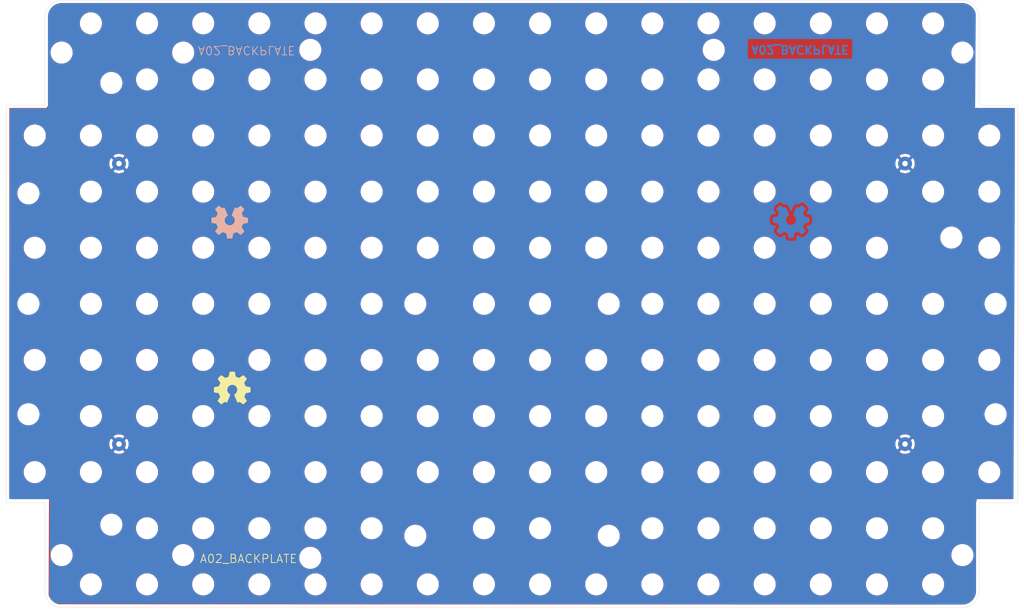
<source format=kicad_pcb>
(kicad_pcb (version 20171130) (host pcbnew 5.1.5-52549c5~86~ubuntu18.04.1)
  (title_block (title "TUSISTEMITA TEMPLATE") (company Galopago))
  (layers (0 F.Cu signal) (31 B.Cu signal) (34 B.Paste user) (35 F.Paste user) (36 B.SilkS user) (37 F.SilkS user) (38 B.Mask user) (39 F.Mask user) (44 Edge.Cuts user))
  (net 0 "")
  (net 1 "Net-(J0-Pad1)")
  (module Symbol:OSHW-Symbol_6.7x6mm_Copper (layer B.Cu) (at 160.655 59.7154)
    (fp_text reference REF** hide)
    (fp_text value OSHW-Symbol_6.7x6mm_Copper hide)
    (fp_poly (pts (xy 0.555814 2.531069) (xy 0.639635 2.086445) (xy 0.94892 1.958947) (xy 1.258206 1.831449) (xy 1.629246 2.083754) (xy 1.733157 2.154004) (xy 1.827087 2.216728) (xy 1.906652 2.269062) (xy 1.96747 2.308143) (xy 2.005157 2.331107) (xy 2.015421 2.336058) (xy 2.03391 2.323324) (xy 2.07342 2.288118) (xy 2.129522 2.234938) (xy 2.197787 2.168282) (xy 2.273786 2.092646) (xy 2.353092 2.012528) (xy 2.431275 1.932426) (xy 2.503907 1.856836) (xy 2.566559 1.790255) (xy 2.614803 1.737182) (xy 2.64421 1.702113) (xy 2.651241 1.690377) (xy 2.641123 1.66874) (xy 2.612759 1.621338) (xy 2.569129 1.552807) (xy 2.513218 1.467785) (xy 2.448006 1.370907) (xy 2.410219 1.31565) (xy 2.341343 1.214752) (xy 2.28014 1.123701) (xy 2.229578 1.04703) (xy 2.192628 0.989272) (xy 2.172258 0.954957) (xy 2.169197 0.947746) (xy 2.176136 0.927252) (xy 2.195051 0.879487) (xy 2.223087 0.811168) (xy 2.257391 0.729011) (xy 2.295109 0.63973) (xy 2.333387 0.550042) (xy 2.36937 0.466662) (xy 2.400206 0.396306) (xy 2.423039 0.34569) (xy 2.435017 0.321529) (xy 2.435724 0.320578) (xy 2.454531 0.315964) (xy 2.504618 0.305672) (xy 2.580793 0.290713) (xy 2.677865 0.272099) (xy 2.790643 0.250841) (xy 2.856442 0.238582) (xy 2.97695 0.215638) (xy 3.085797 0.193805) (xy 3.177476 0.174278) (xy 3.246481 0.158252) (xy 3.287304 0.146921) (xy 3.295511 0.143326) (xy 3.303548 0.118994) (xy 3.310033 0.064041) (xy 3.31497 -0.015108) (xy 3.318364 -0.112026) (xy 3.320218 -0.220287) (xy 3.320538 -0.333465) (xy 3.319327 -0.445135) (xy 3.31659 -0.548868) (xy 3.312331 -0.638241) (xy 3.306555 -0.706826) (xy 3.299267 -0.748197) (xy 3.294895 -0.75681) (xy 3.268764 -0.767133) (xy 3.213393 -0.781892) (xy 3.136107 -0.799352) (xy 3.04423 -0.81778) (xy 3.012158 -0.823741) (xy 2.857524 -0.852066) (xy 2.735375 -0.874876) (xy 2.641673 -0.89308) (xy 2.572384 -0.907583) (xy 2.523471 -0.919292) (xy 2.490897 -0.929115) (xy 2.470628 -0.937956) (xy 2.458626 -0.946724) (xy 2.456947 -0.948457) (xy 2.440184 -0.976371) (xy 2.414614 -1.030695) (xy 2.382788 -1.104777) (xy 2.34726 -1.191965) (xy 2.310583 -1.285608) (xy 2.275311 -1.379052) (xy 2.243996 -1.465647) (xy 2.219193 -1.53874) (xy 2.203454 -1.591678) (xy 2.199332 -1.617811) (xy 2.199676 -1.618726) (xy 2.213641 -1.640086) (xy 2.245322 -1.687084) (xy 2.291391 -1.754827) (xy 2.348518 -1.838423) (xy 2.413373 -1.932982) (xy 2.431843 -1.959854) (xy 2.497699 -2.057275) (xy 2.55565 -2.146163) (xy 2.602538 -2.221412) (xy 2.635207 -2.27792) (xy 2.6505 -2.310581) (xy 2.651241 -2.314593) (xy 2.638392 -2.335684) (xy 2.602888 -2.377464) (xy 2.549293 -2.435445) (xy 2.482171 -2.505135) (xy 2.406087 -2.582045) (xy 2.325604 -2.661683) (xy 2.245287 -2.739561) (xy 2.169699 -2.811186) (xy 2.103405 -2.87207) (xy 2.050969 -2.917721) (xy 2.016955 -2.94365) (xy 2.007545 -2.947883) (xy 1.985643 -2.937912) (xy 1.9408 -2.91102) (xy 1.880321 -2.871736) (xy 1.833789 -2.840117) (xy 1.749475 -2.782098) (xy 1.649626 -2.713784) (xy 1.549473 -2.645579) (xy 1.495627 -2.609075) (xy 1.313371 -2.4858) (xy 1.160381 -2.56852) (xy 1.090682 -2.604759) (xy 1.031414 -2.632926) (xy 0.991311 -2.648991) (xy 0.981103 -2.651226) (xy 0.968829 -2.634722) (xy 0.944613 -2.588082) (xy 0.910263 -2.515609) (xy 0.867588 -2.421606) (xy 0.818394 -2.310374) (xy 0.76449 -2.186215) (xy 0.707684 -2.053432) (xy 0.649782 -1.916327) (xy 0.592593 -1.779202) (xy 0.537924 -1.646358) (xy 0.487584 -1.522098) (xy 0.44338 -1.410725) (xy 0.407119 -1.316539) (xy 0.380609 -1.243844) (xy 0.365658 -1.196941) (xy 0.363254 -1.180833) (xy 0.382311 -1.160286) (xy 0.424036 -1.126933) (xy 0.479706 -1.087702) (xy 0.484378 -1.084599) (xy 0.628264 -0.969423) (xy 0.744283 -0.835053) (xy 0.83143 -0.685784) (xy 0.888699 -0.525913) (xy 0.915086 -0.359737) (xy 0.909585 -0.191552) (xy 0.87119 -0.025655) (xy 0.798895 0.133658) (xy 0.777626 0.168513) (xy 0.666996 0.309263) (xy 0.536302 0.422286) (xy 0.390064 0.506997) (xy 0.232808 0.562806) (xy 0.069057 0.589126) (xy -0.096667 0.58537) (xy -0.259838 0.55095) (xy -0.415935 0.485277) (xy -0.560433 0.387765) (xy -0.605131 0.348187) (xy -0.718888 0.224297) (xy -0.801782 0.093876) (xy -0.858644 -0.052315) (xy -0.890313 -0.197088) (xy -0.898131 -0.35986) (xy -0.872062 -0.52344) (xy -0.814755 -0.682298) (xy -0.728856 -0.830906) (xy -0.617014 -0.963735) (xy -0.481877 -1.075256) (xy -0.464117 -1.087011) (xy -0.40785 -1.125508) (xy -0.365077 -1.158863) (xy -0.344628 -1.18016) (xy -0.344331 -1.180833) (xy -0.348721 -1.203871) (xy -0.366124 -1.256157) (xy -0.394732 -1.33339) (xy -0.432735 -1.431268) (xy -0.478326 -1.545491) (xy -0.529697 -1.671758) (xy -0.585038 -1.805767) (xy -0.642542 -1.943218) (xy -0.700399 -2.079808) (xy -0.756802 -2.211237) (xy -0.809942 -2.333205) (xy -0.85801 -2.441409) (xy -0.899199 -2.531549) (xy -0.931699 -2.599323) (xy -0.953703 -2.64043) (xy -0.962564 -2.651226) (xy -0.98964 -2.642819) (xy -1.040303 -2.620272) (xy -1.105817 -2.587613) (xy -1.141841 -2.56852) (xy -1.294832 -2.4858) (xy -1.477088 -2.609075) (xy -1.570125 -2.672228) (xy -1.671985 -2.741727) (xy -1.767438 -2.807165) (xy -1.81525 -2.840117) (xy -1.882495 -2.885273) (xy -1.939436 -2.921057) (xy -1.978646 -2.942938) (xy -1.991381 -2.947563) (xy -2.009917 -2.935085) (xy -2.050941 -2.900252) (xy -2.110475 -2.846678) (xy -2.184542 -2.777983) (xy -2.269165 -2.697781) (xy -2.322685 -2.646286) (xy -2.416319 -2.554286) (xy -2.497241 -2.471999) (xy -2.562177 -2.402945) (xy -2.607858 -2.350644) (xy -2.631011 -2.318616) (xy -2.633232 -2.312116) (xy -2.622924 -2.287394) (xy -2.594439 -2.237405) (xy -2.550937 -2.167212) (xy -2.495577 -2.081875) (xy -2.43152 -1.986456) (xy -2.413303 -1.959854) (xy -2.346927 -1.863167) (xy -2.287378 -1.776117) (xy -2.237984 -1.703595) (xy -2.202075 -1.650493) (xy -2.182981 -1.621703) (xy -2.181136 -1.618726) (xy -2.183895 -1.595782) (xy -2.198538 -1.545336) (xy -2.222513 -1.474041) (xy -2.253266 -1.388547) (xy -2.288244 -1.295507) (xy -2.324893 -1.201574) (xy -2.360661 -1.113399) (xy -2.392994 -1.037634) (xy -2.419338 -0.980931) (xy -2.437142 -0.949943) (xy -2.438407 -0.948457) (xy -2.449294 -0.939601) (xy -2.467682 -0.930843) (xy -2.497606 -0.921277) (xy -2.543103 -0.909996) (xy -2.608209 -0.896093) (xy -2.696961 -0.878663) (xy -2.813393 -0.856798) (xy -2.961542 -0.829591) (xy -2.993618 -0.823741) (xy -3.088686 -0.805374) (xy -3.171565 -0.787405) (xy -3.23493 -0.771569) (xy -3.271458 -0.7596) (xy -3.276356 -0.75681) (xy -3.284427 -0.732072) (xy -3.290987 -0.67679) (xy -3.296033 -0.597389) (xy -3.299559 -0.500296) (xy -3.301561 -0.391938) (xy -3.302036 -0.27874) (xy -3.300977 -0.167128) (xy -3.298382 -0.063529) (xy -3.294246 0.025632) (xy -3.288563 0.093928) (xy -3.281331 0.134934) (xy -3.276971 0.143326) (xy -3.252698 0.151792) (xy -3.197426 0.165565) (xy -3.116662 0.18345) (xy -3.015912 0.204252) (xy -2.900683 0.226777) (xy -2.837902 0.238582) (xy -2.718787 0.260849) (xy -2.612565 0.281021) (xy -2.524427 0.298085) (xy -2.459566 0.311031) (xy -2.423174 0.318845) (xy -2.417184 0.320578) (xy -2.407061 0.34011) (xy -2.385662 0.387157) (xy -2.355839 0.454997) (xy -2.320445 0.536909) (xy -2.282332 0.626172) (xy -2.244353 0.716065) (xy -2.20936 0.799865) (xy -2.180206 0.870853) (xy -2.159743 0.922306) (xy -2.150823 0.947503) (xy -2.150657 0.948604) (xy -2.160769 0.968481) (xy -2.189117 1.014223) (xy -2.232723 1.081283) (xy -2.288606 1.165116) (xy -2.353787 1.261174) (xy -2.391679 1.31635) (xy -2.460725 1.417519) (xy -2.52205 1.50937) (xy -2.572663 1.587256) (xy -2.609571 1.646531) (xy -2.629782 1.682549) (xy -2.632701 1.690623) (xy -2.620153 1.709416) (xy -2.585463 1.749543) (xy -2.533063 1.806507) (xy -2.467384 1.875815) (xy -2.392856 1.952969) (xy -2.313913 2.033475) (xy -2.234983 2.112837) (xy -2.1605 2.18656) (xy -2.094894 2.250148) (xy -2.042596 2.299106) (xy -2.008039 2.328939) (xy -1.996478 2.336058) (xy -1.977654 2.326047) (xy -1.932631 2.297922) (xy -1.865787 2.254546) (xy -1.781499 2.198782) (xy -1.684144 2.133494) (xy -1.610707 2.083754) (xy -1.239667 1.831449) (xy -0.621095 2.086445) (xy -0.537275 2.531069) (xy -0.453454 2.975693) (xy 0.471994 2.975693) (xy 0.555814 2.531069)) (layer B.Cu) (width 0.01))
  )
  (module Symbol:OSHW-Symbol_6.7x6mm_SilkScreen (layer B.Cu) (at 59.0804 59.7916)
    (fp_text reference REF** hide)
    (fp_text value OSHW-Symbol_6.7x6mm_SilkScreen hide)
  )
  (module Symbol:OSHW-Symbol_6.7x6mm_Copper (layer F.Cu) (at 161.036 89.6874)
    (fp_text reference REF** hide)
    (fp_text value OSHW-Symbol_6.7x6mm_Copper hide)
    (fp_poly (pts (xy 0.555814 -2.531069) (xy 0.639635 -2.086445) (xy 0.94892 -1.958947) (xy 1.258206 -1.831449) (xy 1.629246 -2.083754) (xy 1.733157 -2.154004) (xy 1.827087 -2.216728) (xy 1.906652 -2.269062) (xy 1.96747 -2.308143) (xy 2.005157 -2.331107) (xy 2.015421 -2.336058) (xy 2.03391 -2.323324) (xy 2.07342 -2.288118) (xy 2.129522 -2.234938) (xy 2.197787 -2.168282) (xy 2.273786 -2.092646) (xy 2.353092 -2.012528) (xy 2.431275 -1.932426) (xy 2.503907 -1.856836) (xy 2.566559 -1.790255) (xy 2.614803 -1.737182) (xy 2.64421 -1.702113) (xy 2.651241 -1.690377) (xy 2.641123 -1.66874) (xy 2.612759 -1.621338) (xy 2.569129 -1.552807) (xy 2.513218 -1.467785) (xy 2.448006 -1.370907) (xy 2.410219 -1.31565) (xy 2.341343 -1.214752) (xy 2.28014 -1.123701) (xy 2.229578 -1.04703) (xy 2.192628 -0.989272) (xy 2.172258 -0.954957) (xy 2.169197 -0.947746) (xy 2.176136 -0.927252) (xy 2.195051 -0.879487) (xy 2.223087 -0.811168) (xy 2.257391 -0.729011) (xy 2.295109 -0.63973) (xy 2.333387 -0.550042) (xy 2.36937 -0.466662) (xy 2.400206 -0.396306) (xy 2.423039 -0.34569) (xy 2.435017 -0.321529) (xy 2.435724 -0.320578) (xy 2.454531 -0.315964) (xy 2.504618 -0.305672) (xy 2.580793 -0.290713) (xy 2.677865 -0.272099) (xy 2.790643 -0.250841) (xy 2.856442 -0.238582) (xy 2.97695 -0.215638) (xy 3.085797 -0.193805) (xy 3.177476 -0.174278) (xy 3.246481 -0.158252) (xy 3.287304 -0.146921) (xy 3.295511 -0.143326) (xy 3.303548 -0.118994) (xy 3.310033 -0.064041) (xy 3.31497 0.015108) (xy 3.318364 0.112026) (xy 3.320218 0.220287) (xy 3.320538 0.333465) (xy 3.319327 0.445135) (xy 3.31659 0.548868) (xy 3.312331 0.638241) (xy 3.306555 0.706826) (xy 3.299267 0.748197) (xy 3.294895 0.75681) (xy 3.268764 0.767133) (xy 3.213393 0.781892) (xy 3.136107 0.799352) (xy 3.04423 0.81778) (xy 3.012158 0.823741) (xy 2.857524 0.852066) (xy 2.735375 0.874876) (xy 2.641673 0.89308) (xy 2.572384 0.907583) (xy 2.523471 0.919292) (xy 2.490897 0.929115) (xy 2.470628 0.937956) (xy 2.458626 0.946724) (xy 2.456947 0.948457) (xy 2.440184 0.976371) (xy 2.414614 1.030695) (xy 2.382788 1.104777) (xy 2.34726 1.191965) (xy 2.310583 1.285608) (xy 2.275311 1.379052) (xy 2.243996 1.465647) (xy 2.219193 1.53874) (xy 2.203454 1.591678) (xy 2.199332 1.617811) (xy 2.199676 1.618726) (xy 2.213641 1.640086) (xy 2.245322 1.687084) (xy 2.291391 1.754827) (xy 2.348518 1.838423) (xy 2.413373 1.932982) (xy 2.431843 1.959854) (xy 2.497699 2.057275) (xy 2.55565 2.146163) (xy 2.602538 2.221412) (xy 2.635207 2.27792) (xy 2.6505 2.310581) (xy 2.651241 2.314593) (xy 2.638392 2.335684) (xy 2.602888 2.377464) (xy 2.549293 2.435445) (xy 2.482171 2.505135) (xy 2.406087 2.582045) (xy 2.325604 2.661683) (xy 2.245287 2.739561) (xy 2.169699 2.811186) (xy 2.103405 2.87207) (xy 2.050969 2.917721) (xy 2.016955 2.94365) (xy 2.007545 2.947883) (xy 1.985643 2.937912) (xy 1.9408 2.91102) (xy 1.880321 2.871736) (xy 1.833789 2.840117) (xy 1.749475 2.782098) (xy 1.649626 2.713784) (xy 1.549473 2.645579) (xy 1.495627 2.609075) (xy 1.313371 2.4858) (xy 1.160381 2.56852) (xy 1.090682 2.604759) (xy 1.031414 2.632926) (xy 0.991311 2.648991) (xy 0.981103 2.651226) (xy 0.968829 2.634722) (xy 0.944613 2.588082) (xy 0.910263 2.515609) (xy 0.867588 2.421606) (xy 0.818394 2.310374) (xy 0.76449 2.186215) (xy 0.707684 2.053432) (xy 0.649782 1.916327) (xy 0.592593 1.779202) (xy 0.537924 1.646358) (xy 0.487584 1.522098) (xy 0.44338 1.410725) (xy 0.407119 1.316539) (xy 0.380609 1.243844) (xy 0.365658 1.196941) (xy 0.363254 1.180833) (xy 0.382311 1.160286) (xy 0.424036 1.126933) (xy 0.479706 1.087702) (xy 0.484378 1.084599) (xy 0.628264 0.969423) (xy 0.744283 0.835053) (xy 0.83143 0.685784) (xy 0.888699 0.525913) (xy 0.915086 0.359737) (xy 0.909585 0.191552) (xy 0.87119 0.025655) (xy 0.798895 -0.133658) (xy 0.777626 -0.168513) (xy 0.666996 -0.309263) (xy 0.536302 -0.422286) (xy 0.390064 -0.506997) (xy 0.232808 -0.562806) (xy 0.069057 -0.589126) (xy -0.096667 -0.58537) (xy -0.259838 -0.55095) (xy -0.415935 -0.485277) (xy -0.560433 -0.387765) (xy -0.605131 -0.348187) (xy -0.718888 -0.224297) (xy -0.801782 -0.093876) (xy -0.858644 0.052315) (xy -0.890313 0.197088) (xy -0.898131 0.35986) (xy -0.872062 0.52344) (xy -0.814755 0.682298) (xy -0.728856 0.830906) (xy -0.617014 0.963735) (xy -0.481877 1.075256) (xy -0.464117 1.087011) (xy -0.40785 1.125508) (xy -0.365077 1.158863) (xy -0.344628 1.18016) (xy -0.344331 1.180833) (xy -0.348721 1.203871) (xy -0.366124 1.256157) (xy -0.394732 1.33339) (xy -0.432735 1.431268) (xy -0.478326 1.545491) (xy -0.529697 1.671758) (xy -0.585038 1.805767) (xy -0.642542 1.943218) (xy -0.700399 2.079808) (xy -0.756802 2.211237) (xy -0.809942 2.333205) (xy -0.85801 2.441409) (xy -0.899199 2.531549) (xy -0.931699 2.599323) (xy -0.953703 2.64043) (xy -0.962564 2.651226) (xy -0.98964 2.642819) (xy -1.040303 2.620272) (xy -1.105817 2.587613) (xy -1.141841 2.56852) (xy -1.294832 2.4858) (xy -1.477088 2.609075) (xy -1.570125 2.672228) (xy -1.671985 2.741727) (xy -1.767438 2.807165) (xy -1.81525 2.840117) (xy -1.882495 2.885273) (xy -1.939436 2.921057) (xy -1.978646 2.942938) (xy -1.991381 2.947563) (xy -2.009917 2.935085) (xy -2.050941 2.900252) (xy -2.110475 2.846678) (xy -2.184542 2.777983) (xy -2.269165 2.697781) (xy -2.322685 2.646286) (xy -2.416319 2.554286) (xy -2.497241 2.471999) (xy -2.562177 2.402945) (xy -2.607858 2.350644) (xy -2.631011 2.318616) (xy -2.633232 2.312116) (xy -2.622924 2.287394) (xy -2.594439 2.237405) (xy -2.550937 2.167212) (xy -2.495577 2.081875) (xy -2.43152 1.986456) (xy -2.413303 1.959854) (xy -2.346927 1.863167) (xy -2.287378 1.776117) (xy -2.237984 1.703595) (xy -2.202075 1.650493) (xy -2.182981 1.621703) (xy -2.181136 1.618726) (xy -2.183895 1.595782) (xy -2.198538 1.545336) (xy -2.222513 1.474041) (xy -2.253266 1.388547) (xy -2.288244 1.295507) (xy -2.324893 1.201574) (xy -2.360661 1.113399) (xy -2.392994 1.037634) (xy -2.419338 0.980931) (xy -2.437142 0.949943) (xy -2.438407 0.948457) (xy -2.449294 0.939601) (xy -2.467682 0.930843) (xy -2.497606 0.921277) (xy -2.543103 0.909996) (xy -2.608209 0.896093) (xy -2.696961 0.878663) (xy -2.813393 0.856798) (xy -2.961542 0.829591) (xy -2.993618 0.823741) (xy -3.088686 0.805374) (xy -3.171565 0.787405) (xy -3.23493 0.771569) (xy -3.271458 0.7596) (xy -3.276356 0.75681) (xy -3.284427 0.732072) (xy -3.290987 0.67679) (xy -3.296033 0.597389) (xy -3.299559 0.500296) (xy -3.301561 0.391938) (xy -3.302036 0.27874) (xy -3.300977 0.167128) (xy -3.298382 0.063529) (xy -3.294246 -0.025632) (xy -3.288563 -0.093928) (xy -3.281331 -0.134934) (xy -3.276971 -0.143326) (xy -3.252698 -0.151792) (xy -3.197426 -0.165565) (xy -3.116662 -0.18345) (xy -3.015912 -0.204252) (xy -2.900683 -0.226777) (xy -2.837902 -0.238582) (xy -2.718787 -0.260849) (xy -2.612565 -0.281021) (xy -2.524427 -0.298085) (xy -2.459566 -0.311031) (xy -2.423174 -0.318845) (xy -2.417184 -0.320578) (xy -2.407061 -0.34011) (xy -2.385662 -0.387157) (xy -2.355839 -0.454997) (xy -2.320445 -0.536909) (xy -2.282332 -0.626172) (xy -2.244353 -0.716065) (xy -2.20936 -0.799865) (xy -2.180206 -0.870853) (xy -2.159743 -0.922306) (xy -2.150823 -0.947503) (xy -2.150657 -0.948604) (xy -2.160769 -0.968481) (xy -2.189117 -1.014223) (xy -2.232723 -1.081283) (xy -2.288606 -1.165116) (xy -2.353787 -1.261174) (xy -2.391679 -1.31635) (xy -2.460725 -1.417519) (xy -2.52205 -1.50937) (xy -2.572663 -1.587256) (xy -2.609571 -1.646531) (xy -2.629782 -1.682549) (xy -2.632701 -1.690623) (xy -2.620153 -1.709416) (xy -2.585463 -1.749543) (xy -2.533063 -1.806507) (xy -2.467384 -1.875815) (xy -2.392856 -1.952969) (xy -2.313913 -2.033475) (xy -2.234983 -2.112837) (xy -2.1605 -2.18656) (xy -2.094894 -2.250148) (xy -2.042596 -2.299106) (xy -2.008039 -2.328939) (xy -1.996478 -2.336058) (xy -1.977654 -2.326047) (xy -1.932631 -2.297922) (xy -1.865787 -2.254546) (xy -1.781499 -2.198782) (xy -1.684144 -2.133494) (xy -1.610707 -2.083754) (xy -1.239667 -1.831449) (xy -0.621095 -2.086445) (xy -0.537275 -2.531069) (xy -0.453454 -2.975693) (xy 0.471994 -2.975693) (xy 0.555814 -2.531069)) (layer F.Cu) (width 0.01))
  )
  (module Symbol:OSHW-Symbol_6.7x6mm_SilkScreen (layer F.Cu) (at 59.5376 89.8652)
    (fp_text reference REF** hide)
    (fp_text value OSHW-Symbol_6.7x6mm_SilkScreen hide)
  )
  (module MountingHole:MountingHole_3mm (layer F.Cu) (at 191.67 120.11)
    (fp_text reference HZ20 hide)
    (fp_text value MountingHole)
    (pad 1 np_thru_hole circle (at 0 0) (size 3 3) (drill 3) (layers *.Cu *.Mask))
  )
  (module MountingHole:MountingHole_3mm (layer F.Cu) (at 197.67 94.61)
    (fp_text reference HZ19 hide)
    (fp_text value MountingHole)
    (pad 1 np_thru_hole circle (at 0 0) (size 3 3) (drill 3) (layers *.Cu *.Mask))
  )
  (module MountingHole:MountingHole_3mm (layer F.Cu) (at 197.67 74.61)
    (fp_text reference HZ18 hide)
    (fp_text value MountingHole)
    (pad 1 np_thru_hole circle (at 0 0) (size 3 3) (drill 3) (layers *.Cu *.Mask))
  )
  (module MountingHole:MountingHole_3mm (layer F.Cu) (at 189.67 62.61)
    (fp_text reference HZ17 hide)
    (fp_text value MountingHole)
    (pad 1 np_thru_hole circle (at 0 0) (size 3 3) (drill 3) (layers *.Cu *.Mask))
  )
  (module MountingHole:MountingHole_3mm (layer F.Cu) (at 191.67 29.11)
    (fp_text reference HZ16 hide)
    (fp_text value MountingHole)
    (pad 1 np_thru_hole circle (at 0 0) (size 3 3) (drill 3) (layers *.Cu *.Mask))
  )
  (module MountingHole:MountingHole_3mm (layer F.Cu) (at 155.89 44.13)
    (fp_text reference HC13 hide)
    (fp_text value MountingHole)
    (pad 1 np_thru_hole circle (at 0 0) (size 3 3) (drill 3) (layers *.Cu *.Mask))
  )
  (module Connector_Wire:SolderWirePad_1x01_Drill1mm (layer F.Cu) (at 181.29 100.01)
    (fp_text reference J3 hide)
    (fp_text value Conn_01x01_Male)
    (pad 1 thru_hole circle (at 0 0) (size 2.49936 2.49936) (drill 1.00076) (layers *.Cu *.Mask) (net 1 "Net-(J0-Pad1)"))
  )
  (module Connector_Wire:SolderWirePad_1x01_Drill1mm (layer F.Cu) (at 181.29 49.21)
    (fp_text reference J2 hide)
    (fp_text value Conn_01x01_Male)
    (pad 1 thru_hole circle (at 0 0) (size 2.49936 2.49936) (drill 1.00076) (layers *.Cu *.Mask) (net 1 "Net-(J0-Pad1)"))
  )
  (module Connector_Wire:SolderWirePad_1x01_Drill1mm (layer F.Cu) (at 39.05 100.01)
    (fp_text reference J1 hide)
    (fp_text value Conn_01x01_Male)
    (pad 1 thru_hole circle (at 0 0) (size 2.49936 2.49936) (drill 1.00076) (layers *.Cu *.Mask) (net 1 "Net-(J0-Pad1)"))
  )
  (module Connector_Wire:SolderWirePad_1x01_Drill1mm (layer F.Cu) (at 39.05 49.21)
    (fp_text reference J0 hide)
    (fp_text value Conn_01x01_Male)
    (pad 1 thru_hole circle (at 0 0) (size 2.49936 2.49936) (drill 1.00076) (layers *.Cu *.Mask) (net 1 "Net-(J0-Pad1)"))
  )
  (module MountingHole:MountingHole_3mm (layer F.Cu) (at 146.67 28.61)
    (fp_text reference HZ15 hide)
    (fp_text value MountingHole)
    (pad 1 np_thru_hole circle (at 0 0) (size 3 3) (drill 3) (layers *.Cu *.Mask))
  )
  (module MountingHole:MountingHole_3mm (layer F.Cu) (at 127.67 116.61)
    (fp_text reference HZ14 hide)
    (fp_text value MountingHole)
    (pad 1 np_thru_hole circle (at 0 0) (size 3 3) (drill 3) (layers *.Cu *.Mask))
  )
  (module MountingHole:MountingHole_3mm (layer F.Cu) (at 92.67 116.61)
    (fp_text reference HZ13 hide)
    (fp_text value MountingHole)
    (pad 1 np_thru_hole circle (at 0 0) (size 3 3) (drill 3) (layers *.Cu *.Mask))
  )
  (module MountingHole:MountingHole_3mm (layer F.Cu) (at 92.67 74.61)
    (fp_text reference HZ12 hide)
    (fp_text value MountingHole)
    (pad 1 np_thru_hole circle (at 0 0) (size 3 3) (drill 3) (layers *.Cu *.Mask))
  )
  (module MountingHole:MountingHole_3mm (layer F.Cu) (at 127.67 74.61)
    (fp_text reference HZ11 hide)
    (fp_text value MountingHole)
    (pad 1 np_thru_hole circle (at 0 0) (size 3 3) (drill 3) (layers *.Cu *.Mask))
  )
  (module MountingHole:MountingHole_3mm (layer F.Cu) (at 73.67 120.61)
    (fp_text reference HZ10 hide)
    (fp_text value MountingHole)
    (pad 1 np_thru_hole circle (at 0 0) (size 3 3) (drill 3) (layers *.Cu *.Mask))
  )
  (module MountingHole:MountingHole_3mm (layer F.Cu) (at 73.67 28.61)
    (fp_text reference HZ9 hide)
    (fp_text value MountingHole)
    (pad 1 np_thru_hole circle (at 0 0) (size 3 3) (drill 3) (layers *.Cu *.Mask))
  )
  (module MountingHole:MountingHole_3mm (layer F.Cu) (at 50.67 120.11)
    (fp_text reference HZ8 hide)
    (fp_text value MountingHole)
    (pad 1 np_thru_hole circle (at 0 0) (size 3 3) (drill 3) (layers *.Cu *.Mask))
  )
  (module MountingHole:MountingHole_3mm (layer F.Cu) (at 50.67 29.11)
    (fp_text reference HZ7 hide)
    (fp_text value MountingHole)
    (pad 1 np_thru_hole circle (at 0 0) (size 3 3) (drill 3) (layers *.Cu *.Mask))
  )
  (module MountingHole:MountingHole_3mm (layer F.Cu) (at 37.67 114.61)
    (fp_text reference HZ6 hide)
    (fp_text value MountingHole)
    (pad 1 np_thru_hole circle (at 0 0) (size 3 3) (drill 3) (layers *.Cu *.Mask))
  )
  (module MountingHole:MountingHole_3mm (layer F.Cu) (at 37.67 34.61)
    (fp_text reference HZ5 hide)
    (fp_text value MountingHole)
    (pad 1 np_thru_hole circle (at 0 0) (size 3 3) (drill 3) (layers *.Cu *.Mask))
  )
  (module MountingHole:MountingHole_3mm (layer F.Cu) (at 28.67 120.11)
    (fp_text reference HZ4 hide)
    (fp_text value MountingHole)
    (pad 1 np_thru_hole circle (at 0 0) (size 3 3) (drill 3) (layers *.Cu *.Mask))
  )
  (module MountingHole:MountingHole_3mm (layer F.Cu) (at 22.67 94.61)
    (fp_text reference HZ3 hide)
    (fp_text value MountingHole)
    (pad 1 np_thru_hole circle (at 0 0) (size 3 3) (drill 3) (layers *.Cu *.Mask))
  )
  (module MountingHole:MountingHole_3mm (layer F.Cu) (at 22.67 74.61)
    (fp_text reference HZ2 hide)
    (fp_text value MountingHole)
    (pad 1 np_thru_hole circle (at 0 0) (size 3 3) (drill 3) (layers *.Cu *.Mask))
  )
  (module MountingHole:MountingHole_3mm (layer F.Cu) (at 22.67 54.61)
    (fp_text reference HZ1 hide)
    (fp_text value MountingHole)
    (pad 1 np_thru_hole circle (at 0 0) (size 3 3) (drill 3) (layers *.Cu *.Mask))
  )
  (module MountingHole:MountingHole_3mm (layer F.Cu) (at 28.67 29.11)
    (fp_text reference HZ0 hide)
    (fp_text value MountingHole)
    (pad 1 np_thru_hole circle (at 0 0) (size 3 3) (drill 3) (layers *.Cu *.Mask))
  )
  (module MountingHole:MountingHole_3mm (layer F.Cu) (at 54.29 23.81)
    (fp_text reference HA3 hide)
    (fp_text value MountingHole)
    (pad 1 np_thru_hole circle (at 0 0) (size 3 3) (drill 3) (layers *.Cu *.Mask))
  )
  (module MountingHole:MountingHole_3mm (layer F.Cu) (at 186.37 125.41)
    (fp_text reference HK16 hide)
    (fp_text value MountingHole)
    (pad 1 np_thru_hole circle (at 0 0) (size 3 3) (drill 3) (layers *.Cu *.Mask))
  )
  (module MountingHole:MountingHole_3mm (layer F.Cu) (at 176.21 125.41)
    (fp_text reference HK15 hide)
    (fp_text value MountingHole)
    (pad 1 np_thru_hole circle (at 0 0) (size 3 3) (drill 3) (layers *.Cu *.Mask))
  )
  (module MountingHole:MountingHole_3mm (layer F.Cu) (at 166.05 125.41)
    (fp_text reference HK14 hide)
    (fp_text value MountingHole)
    (pad 1 np_thru_hole circle (at 0 0) (size 3 3) (drill 3) (layers *.Cu *.Mask))
  )
  (module MountingHole:MountingHole_3mm (layer F.Cu) (at 155.89 125.41)
    (fp_text reference HK13 hide)
    (fp_text value MountingHole)
    (pad 1 np_thru_hole circle (at 0 0) (size 3 3) (drill 3) (layers *.Cu *.Mask))
  )
  (module MountingHole:MountingHole_3mm (layer F.Cu) (at 145.73 125.41)
    (fp_text reference HK12 hide)
    (fp_text value MountingHole)
    (pad 1 np_thru_hole circle (at 0 0) (size 3 3) (drill 3) (layers *.Cu *.Mask))
  )
  (module MountingHole:MountingHole_3mm (layer F.Cu) (at 135.57 125.41)
    (fp_text reference HK11 hide)
    (fp_text value MountingHole)
    (pad 1 np_thru_hole circle (at 0 0) (size 3 3) (drill 3) (layers *.Cu *.Mask))
  )
  (module MountingHole:MountingHole_3mm (layer F.Cu) (at 125.41 125.41)
    (fp_text reference HK10 hide)
    (fp_text value MountingHole)
    (pad 1 np_thru_hole circle (at 0 0) (size 3 3) (drill 3) (layers *.Cu *.Mask))
  )
  (module MountingHole:MountingHole_3mm (layer F.Cu) (at 115.25 125.41)
    (fp_text reference HK9 hide)
    (fp_text value MountingHole)
    (pad 1 np_thru_hole circle (at 0 0) (size 3 3) (drill 3) (layers *.Cu *.Mask))
  )
  (module MountingHole:MountingHole_3mm (layer F.Cu) (at 105.09 125.41)
    (fp_text reference HK8 hide)
    (fp_text value MountingHole)
    (pad 1 np_thru_hole circle (at 0 0) (size 3 3) (drill 3) (layers *.Cu *.Mask))
  )
  (module MountingHole:MountingHole_3mm (layer F.Cu) (at 94.93 125.41)
    (fp_text reference HK7 hide)
    (fp_text value MountingHole)
    (pad 1 np_thru_hole circle (at 0 0) (size 3 3) (drill 3) (layers *.Cu *.Mask))
  )
  (module MountingHole:MountingHole_3mm (layer F.Cu) (at 84.77 125.41)
    (fp_text reference HK6 hide)
    (fp_text value MountingHole)
    (pad 1 np_thru_hole circle (at 0 0) (size 3 3) (drill 3) (layers *.Cu *.Mask))
  )
  (module MountingHole:MountingHole_3mm (layer F.Cu) (at 74.61 125.41)
    (fp_text reference HK5 hide)
    (fp_text value MountingHole)
    (pad 1 np_thru_hole circle (at 0 0) (size 3 3) (drill 3) (layers *.Cu *.Mask))
  )
  (module MountingHole:MountingHole_3mm (layer F.Cu) (at 64.45 125.41)
    (fp_text reference HK4 hide)
    (fp_text value MountingHole)
    (pad 1 np_thru_hole circle (at 0 0) (size 3 3) (drill 3) (layers *.Cu *.Mask))
  )
  (module MountingHole:MountingHole_3mm (layer F.Cu) (at 54.29 125.41)
    (fp_text reference HK3 hide)
    (fp_text value MountingHole)
    (pad 1 np_thru_hole circle (at 0 0) (size 3 3) (drill 3) (layers *.Cu *.Mask))
  )
  (module MountingHole:MountingHole_3mm (layer F.Cu) (at 44.13 125.41)
    (fp_text reference HK2 hide)
    (fp_text value MountingHole)
    (pad 1 np_thru_hole circle (at 0 0) (size 3 3) (drill 3) (layers *.Cu *.Mask))
  )
  (module MountingHole:MountingHole_3mm (layer F.Cu) (at 33.97 125.41)
    (fp_text reference HK1 hide)
    (fp_text value MountingHole)
    (pad 1 np_thru_hole circle (at 0 0) (size 3 3) (drill 3) (layers *.Cu *.Mask))
  )
  (module MountingHole:MountingHole_3mm (layer F.Cu) (at 186.37 115.25)
    (fp_text reference HJ16 hide)
    (fp_text value MountingHole)
    (pad 1 np_thru_hole circle (at 0 0) (size 3 3) (drill 3) (layers *.Cu *.Mask))
  )
  (module MountingHole:MountingHole_3mm (layer F.Cu) (at 176.21 115.25)
    (fp_text reference HJ15 hide)
    (fp_text value MountingHole)
    (pad 1 np_thru_hole circle (at 0 0) (size 3 3) (drill 3) (layers *.Cu *.Mask))
  )
  (module MountingHole:MountingHole_3mm (layer F.Cu) (at 166.05 115.25)
    (fp_text reference HJ14 hide)
    (fp_text value MountingHole)
    (pad 1 np_thru_hole circle (at 0 0) (size 3 3) (drill 3) (layers *.Cu *.Mask))
  )
  (module MountingHole:MountingHole_3mm (layer F.Cu) (at 155.89 115.25)
    (fp_text reference HJ13 hide)
    (fp_text value MountingHole)
    (pad 1 np_thru_hole circle (at 0 0) (size 3 3) (drill 3) (layers *.Cu *.Mask))
  )
  (module MountingHole:MountingHole_3mm (layer F.Cu) (at 145.73 115.25)
    (fp_text reference HJ12 hide)
    (fp_text value MountingHole)
    (pad 1 np_thru_hole circle (at 0 0) (size 3 3) (drill 3) (layers *.Cu *.Mask))
  )
  (module MountingHole:MountingHole_3mm (layer F.Cu) (at 135.57 115.25)
    (fp_text reference HJ11 hide)
    (fp_text value MountingHole)
    (pad 1 np_thru_hole circle (at 0 0) (size 3 3) (drill 3) (layers *.Cu *.Mask))
  )
  (module MountingHole:MountingHole_3mm (layer F.Cu) (at 115.25 115.25)
    (fp_text reference HJ9 hide)
    (fp_text value MountingHole)
    (pad 1 np_thru_hole circle (at 0 0) (size 3 3) (drill 3) (layers *.Cu *.Mask))
  )
  (module MountingHole:MountingHole_3mm (layer F.Cu) (at 105.09 115.25)
    (fp_text reference HJ8 hide)
    (fp_text value MountingHole)
    (pad 1 np_thru_hole circle (at 0 0) (size 3 3) (drill 3) (layers *.Cu *.Mask))
  )
  (module MountingHole:MountingHole_3mm (layer F.Cu) (at 84.77 115.25)
    (fp_text reference HJ6 hide)
    (fp_text value MountingHole)
    (pad 1 np_thru_hole circle (at 0 0) (size 3 3) (drill 3) (layers *.Cu *.Mask))
  )
  (module MountingHole:MountingHole_3mm (layer F.Cu) (at 74.61 115.25)
    (fp_text reference HJ5 hide)
    (fp_text value MountingHole)
    (pad 1 np_thru_hole circle (at 0 0) (size 3 3) (drill 3) (layers *.Cu *.Mask))
  )
  (module MountingHole:MountingHole_3mm (layer F.Cu) (at 64.45 115.25)
    (fp_text reference HJ4 hide)
    (fp_text value MountingHole)
    (pad 1 np_thru_hole circle (at 0 0) (size 3 3) (drill 3) (layers *.Cu *.Mask))
  )
  (module MountingHole:MountingHole_3mm (layer F.Cu) (at 54.29 115.25)
    (fp_text reference HJ3 hide)
    (fp_text value MountingHole)
    (pad 1 np_thru_hole circle (at 0 0) (size 3 3) (drill 3) (layers *.Cu *.Mask))
  )
  (module MountingHole:MountingHole_3mm (layer F.Cu) (at 44.13 115.25)
    (fp_text reference HJ2 hide)
    (fp_text value MountingHole)
    (pad 1 np_thru_hole circle (at 0 0) (size 3 3) (drill 3) (layers *.Cu *.Mask))
  )
  (module MountingHole:MountingHole_3mm (layer F.Cu) (at 196.53 105.09)
    (fp_text reference HI17 hide)
    (fp_text value MountingHole)
    (pad 1 np_thru_hole circle (at 0 0) (size 3 3) (drill 3) (layers *.Cu *.Mask))
  )
  (module MountingHole:MountingHole_3mm (layer F.Cu) (at 186.37 105.09)
    (fp_text reference HI16 hide)
    (fp_text value MountingHole)
    (pad 1 np_thru_hole circle (at 0 0) (size 3 3) (drill 3) (layers *.Cu *.Mask))
  )
  (module MountingHole:MountingHole_3mm (layer F.Cu) (at 176.21 105.09)
    (fp_text reference HI15 hide)
    (fp_text value MountingHole)
    (pad 1 np_thru_hole circle (at 0 0) (size 3 3) (drill 3) (layers *.Cu *.Mask))
  )
  (module MountingHole:MountingHole_3mm (layer F.Cu) (at 166.05 105.09)
    (fp_text reference HI14 hide)
    (fp_text value MountingHole)
    (pad 1 np_thru_hole circle (at 0 0) (size 3 3) (drill 3) (layers *.Cu *.Mask))
  )
  (module MountingHole:MountingHole_3mm (layer F.Cu) (at 155.89 105.09)
    (fp_text reference HI13 hide)
    (fp_text value MountingHole)
    (pad 1 np_thru_hole circle (at 0 0) (size 3 3) (drill 3) (layers *.Cu *.Mask))
  )
  (module MountingHole:MountingHole_3mm (layer F.Cu) (at 145.73 105.09)
    (fp_text reference HI12 hide)
    (fp_text value MountingHole)
    (pad 1 np_thru_hole circle (at 0 0) (size 3 3) (drill 3) (layers *.Cu *.Mask))
  )
  (module MountingHole:MountingHole_3mm (layer F.Cu) (at 135.57 105.09)
    (fp_text reference HI11 hide)
    (fp_text value MountingHole)
    (pad 1 np_thru_hole circle (at 0 0) (size 3 3) (drill 3) (layers *.Cu *.Mask))
  )
  (module MountingHole:MountingHole_3mm (layer F.Cu) (at 125.41 105.09)
    (fp_text reference HI10 hide)
    (fp_text value MountingHole)
    (pad 1 np_thru_hole circle (at 0 0) (size 3 3) (drill 3) (layers *.Cu *.Mask))
  )
  (module MountingHole:MountingHole_3mm (layer F.Cu) (at 115.25 105.09)
    (fp_text reference HI9 hide)
    (fp_text value MountingHole)
    (pad 1 np_thru_hole circle (at 0 0) (size 3 3) (drill 3) (layers *.Cu *.Mask))
  )
  (module MountingHole:MountingHole_3mm (layer F.Cu) (at 105.09 105.09)
    (fp_text reference HI8 hide)
    (fp_text value MountingHole)
    (pad 1 np_thru_hole circle (at 0 0) (size 3 3) (drill 3) (layers *.Cu *.Mask))
  )
  (module MountingHole:MountingHole_3mm (layer F.Cu) (at 94.93 105.09)
    (fp_text reference HI7 hide)
    (fp_text value MountingHole)
    (pad 1 np_thru_hole circle (at 0 0) (size 3 3) (drill 3) (layers *.Cu *.Mask))
  )
  (module MountingHole:MountingHole_3mm (layer F.Cu) (at 84.77 105.09)
    (fp_text reference HI6 hide)
    (fp_text value MountingHole)
    (pad 1 np_thru_hole circle (at 0 0) (size 3 3) (drill 3) (layers *.Cu *.Mask))
  )
  (module MountingHole:MountingHole_3mm (layer F.Cu) (at 74.61 105.09)
    (fp_text reference HI5 hide)
    (fp_text value MountingHole)
    (pad 1 np_thru_hole circle (at 0 0) (size 3 3) (drill 3) (layers *.Cu *.Mask))
  )
  (module MountingHole:MountingHole_3mm (layer F.Cu) (at 64.45 105.09)
    (fp_text reference HI4 hide)
    (fp_text value MountingHole)
    (pad 1 np_thru_hole circle (at 0 0) (size 3 3) (drill 3) (layers *.Cu *.Mask))
  )
  (module MountingHole:MountingHole_3mm (layer F.Cu) (at 54.29 105.09)
    (fp_text reference HI3 hide)
    (fp_text value MountingHole)
    (pad 1 np_thru_hole circle (at 0 0) (size 3 3) (drill 3) (layers *.Cu *.Mask))
  )
  (module MountingHole:MountingHole_3mm (layer F.Cu) (at 44.13 105.09)
    (fp_text reference HI2 hide)
    (fp_text value MountingHole)
    (pad 1 np_thru_hole circle (at 0 0) (size 3 3) (drill 3) (layers *.Cu *.Mask))
  )
  (module MountingHole:MountingHole_3mm (layer F.Cu) (at 33.97 105.09)
    (fp_text reference HI1 hide)
    (fp_text value MountingHole)
    (pad 1 np_thru_hole circle (at 0 0) (size 3 3) (drill 3) (layers *.Cu *.Mask))
  )
  (module MountingHole:MountingHole_3mm (layer F.Cu) (at 23.81 105.09)
    (fp_text reference HI0 hide)
    (fp_text value MountingHole)
    (pad 1 np_thru_hole circle (at 0 0) (size 3 3) (drill 3) (layers *.Cu *.Mask))
  )
  (module MountingHole:MountingHole_3mm (layer F.Cu) (at 186.37 94.93)
    (fp_text reference HH16 hide)
    (fp_text value MountingHole)
    (pad 1 np_thru_hole circle (at 0 0) (size 3 3) (drill 3) (layers *.Cu *.Mask))
  )
  (module MountingHole:MountingHole_3mm (layer F.Cu) (at 176.21 94.93)
    (fp_text reference HH15 hide)
    (fp_text value MountingHole)
    (pad 1 np_thru_hole circle (at 0 0) (size 3 3) (drill 3) (layers *.Cu *.Mask))
  )
  (module MountingHole:MountingHole_3mm (layer F.Cu) (at 166.05 94.93)
    (fp_text reference HH14 hide)
    (fp_text value MountingHole)
    (pad 1 np_thru_hole circle (at 0 0) (size 3 3) (drill 3) (layers *.Cu *.Mask))
  )
  (module MountingHole:MountingHole_3mm (layer F.Cu) (at 155.89 94.93)
    (fp_text reference HH13 hide)
    (fp_text value MountingHole)
    (pad 1 np_thru_hole circle (at 0 0) (size 3 3) (drill 3) (layers *.Cu *.Mask))
  )
  (module MountingHole:MountingHole_3mm (layer F.Cu) (at 145.73 94.93)
    (fp_text reference HH12 hide)
    (fp_text value MountingHole)
    (pad 1 np_thru_hole circle (at 0 0) (size 3 3) (drill 3) (layers *.Cu *.Mask))
  )
  (module MountingHole:MountingHole_3mm (layer F.Cu) (at 135.57 94.93)
    (fp_text reference HH11 hide)
    (fp_text value MountingHole)
    (pad 1 np_thru_hole circle (at 0 0) (size 3 3) (drill 3) (layers *.Cu *.Mask))
  )
  (module MountingHole:MountingHole_3mm (layer F.Cu) (at 125.41 94.93)
    (fp_text reference HH10 hide)
    (fp_text value MountingHole)
    (pad 1 np_thru_hole circle (at 0 0) (size 3 3) (drill 3) (layers *.Cu *.Mask))
  )
  (module MountingHole:MountingHole_3mm (layer F.Cu) (at 115.25 94.93)
    (fp_text reference HH9 hide)
    (fp_text value MountingHole)
    (pad 1 np_thru_hole circle (at 0 0) (size 3 3) (drill 3) (layers *.Cu *.Mask))
  )
  (module MountingHole:MountingHole_3mm (layer F.Cu) (at 105.09 94.93)
    (fp_text reference HH8 hide)
    (fp_text value MountingHole)
    (pad 1 np_thru_hole circle (at 0 0) (size 3 3) (drill 3) (layers *.Cu *.Mask))
  )
  (module MountingHole:MountingHole_3mm (layer F.Cu) (at 94.93 94.93)
    (fp_text reference HH7 hide)
    (fp_text value MountingHole)
    (pad 1 np_thru_hole circle (at 0 0) (size 3 3) (drill 3) (layers *.Cu *.Mask))
  )
  (module MountingHole:MountingHole_3mm (layer F.Cu) (at 84.77 94.93)
    (fp_text reference HH6 hide)
    (fp_text value MountingHole)
    (pad 1 np_thru_hole circle (at 0 0) (size 3 3) (drill 3) (layers *.Cu *.Mask))
  )
  (module MountingHole:MountingHole_3mm (layer F.Cu) (at 74.61 94.93)
    (fp_text reference HH5 hide)
    (fp_text value MountingHole)
    (pad 1 np_thru_hole circle (at 0 0) (size 3 3) (drill 3) (layers *.Cu *.Mask))
  )
  (module MountingHole:MountingHole_3mm (layer F.Cu) (at 64.45 94.93)
    (fp_text reference HH4 hide)
    (fp_text value MountingHole)
    (pad 1 np_thru_hole circle (at 0 0) (size 3 3) (drill 3) (layers *.Cu *.Mask))
  )
  (module MountingHole:MountingHole_3mm (layer F.Cu) (at 54.29 94.93)
    (fp_text reference HH3 hide)
    (fp_text value MountingHole)
    (pad 1 np_thru_hole circle (at 0 0) (size 3 3) (drill 3) (layers *.Cu *.Mask))
  )
  (module MountingHole:MountingHole_3mm (layer F.Cu) (at 44.13 94.93)
    (fp_text reference HH2 hide)
    (fp_text value MountingHole)
    (pad 1 np_thru_hole circle (at 0 0) (size 3 3) (drill 3) (layers *.Cu *.Mask))
  )
  (module MountingHole:MountingHole_3mm (layer F.Cu) (at 33.97 94.93)
    (fp_text reference HH1 hide)
    (fp_text value MountingHole)
    (pad 1 np_thru_hole circle (at 0 0) (size 3 3) (drill 3) (layers *.Cu *.Mask))
  )
  (module MountingHole:MountingHole_3mm (layer F.Cu) (at 196.53 84.77)
    (fp_text reference HG17 hide)
    (fp_text value MountingHole)
    (pad 1 np_thru_hole circle (at 0 0) (size 3 3) (drill 3) (layers *.Cu *.Mask))
  )
  (module MountingHole:MountingHole_3mm (layer F.Cu) (at 186.37 84.77)
    (fp_text reference HG16 hide)
    (fp_text value MountingHole)
    (pad 1 np_thru_hole circle (at 0 0) (size 3 3) (drill 3) (layers *.Cu *.Mask))
  )
  (module MountingHole:MountingHole_3mm (layer F.Cu) (at 176.21 84.77)
    (fp_text reference HG15 hide)
    (fp_text value MountingHole)
    (pad 1 np_thru_hole circle (at 0 0) (size 3 3) (drill 3) (layers *.Cu *.Mask))
  )
  (module MountingHole:MountingHole_3mm (layer F.Cu) (at 166.05 84.77)
    (fp_text reference HG14 hide)
    (fp_text value MountingHole)
    (pad 1 np_thru_hole circle (at 0 0) (size 3 3) (drill 3) (layers *.Cu *.Mask))
  )
  (module MountingHole:MountingHole_3mm (layer F.Cu) (at 155.89 84.77)
    (fp_text reference HG13 hide)
    (fp_text value MountingHole)
    (pad 1 np_thru_hole circle (at 0 0) (size 3 3) (drill 3) (layers *.Cu *.Mask))
  )
  (module MountingHole:MountingHole_3mm (layer F.Cu) (at 145.73 84.77)
    (fp_text reference HG12 hide)
    (fp_text value MountingHole)
    (pad 1 np_thru_hole circle (at 0 0) (size 3 3) (drill 3) (layers *.Cu *.Mask))
  )
  (module MountingHole:MountingHole_3mm (layer F.Cu) (at 135.57 84.77)
    (fp_text reference HG11 hide)
    (fp_text value MountingHole)
    (pad 1 np_thru_hole circle (at 0 0) (size 3 3) (drill 3) (layers *.Cu *.Mask))
  )
  (module MountingHole:MountingHole_3mm (layer F.Cu) (at 125.41 84.77)
    (fp_text reference HG10 hide)
    (fp_text value MountingHole)
    (pad 1 np_thru_hole circle (at 0 0) (size 3 3) (drill 3) (layers *.Cu *.Mask))
  )
  (module MountingHole:MountingHole_3mm (layer F.Cu) (at 115.25 84.77)
    (fp_text reference HG9 hide)
    (fp_text value MountingHole)
    (pad 1 np_thru_hole circle (at 0 0) (size 3 3) (drill 3) (layers *.Cu *.Mask))
  )
  (module MountingHole:MountingHole_3mm (layer F.Cu) (at 105.09 84.77)
    (fp_text reference HG8 hide)
    (fp_text value MountingHole)
    (pad 1 np_thru_hole circle (at 0 0) (size 3 3) (drill 3) (layers *.Cu *.Mask))
  )
  (module MountingHole:MountingHole_3mm (layer F.Cu) (at 94.93 84.77)
    (fp_text reference HG7 hide)
    (fp_text value MountingHole)
    (pad 1 np_thru_hole circle (at 0 0) (size 3 3) (drill 3) (layers *.Cu *.Mask))
  )
  (module MountingHole:MountingHole_3mm (layer F.Cu) (at 84.77 84.77)
    (fp_text reference HG6 hide)
    (fp_text value MountingHole)
    (pad 1 np_thru_hole circle (at 0 0) (size 3 3) (drill 3) (layers *.Cu *.Mask))
  )
  (module MountingHole:MountingHole_3mm (layer F.Cu) (at 74.61 84.77)
    (fp_text reference HG5 hide)
    (fp_text value MountingHole)
    (pad 1 np_thru_hole circle (at 0 0) (size 3 3) (drill 3) (layers *.Cu *.Mask))
  )
  (module MountingHole:MountingHole_3mm (layer F.Cu) (at 64.45 84.77)
    (fp_text reference HG4 hide)
    (fp_text value MountingHole)
    (pad 1 np_thru_hole circle (at 0 0) (size 3 3) (drill 3) (layers *.Cu *.Mask))
  )
  (module MountingHole:MountingHole_3mm (layer F.Cu) (at 54.29 84.77)
    (fp_text reference HG3 hide)
    (fp_text value MountingHole)
    (pad 1 np_thru_hole circle (at 0 0) (size 3 3) (drill 3) (layers *.Cu *.Mask))
  )
  (module MountingHole:MountingHole_3mm (layer F.Cu) (at 44.13 84.77)
    (fp_text reference HG2 hide)
    (fp_text value MountingHole)
    (pad 1 np_thru_hole circle (at 0 0) (size 3 3) (drill 3) (layers *.Cu *.Mask))
  )
  (module MountingHole:MountingHole_3mm (layer F.Cu) (at 33.97 84.77)
    (fp_text reference HG1 hide)
    (fp_text value MountingHole)
    (pad 1 np_thru_hole circle (at 0 0) (size 3 3) (drill 3) (layers *.Cu *.Mask))
  )
  (module MountingHole:MountingHole_3mm (layer F.Cu) (at 23.81 84.77)
    (fp_text reference HG0 hide)
    (fp_text value MountingHole)
    (pad 1 np_thru_hole circle (at 0 0) (size 3 3) (drill 3) (layers *.Cu *.Mask))
  )
  (module MountingHole:MountingHole_3mm (layer F.Cu) (at 186.37 74.61)
    (fp_text reference HF16 hide)
    (fp_text value MountingHole)
    (pad 1 np_thru_hole circle (at 0 0) (size 3 3) (drill 3) (layers *.Cu *.Mask))
  )
  (module MountingHole:MountingHole_3mm (layer F.Cu) (at 176.21 74.61)
    (fp_text reference HF15 hide)
    (fp_text value MountingHole)
    (pad 1 np_thru_hole circle (at 0 0) (size 3 3) (drill 3) (layers *.Cu *.Mask))
  )
  (module MountingHole:MountingHole_3mm (layer F.Cu) (at 166.05 74.61)
    (fp_text reference HF14 hide)
    (fp_text value MountingHole)
    (pad 1 np_thru_hole circle (at 0 0) (size 3 3) (drill 3) (layers *.Cu *.Mask))
  )
  (module MountingHole:MountingHole_3mm (layer F.Cu) (at 155.89 74.61)
    (fp_text reference HF13 hide)
    (fp_text value MountingHole)
    (pad 1 np_thru_hole circle (at 0 0) (size 3 3) (drill 3) (layers *.Cu *.Mask))
  )
  (module MountingHole:MountingHole_3mm (layer F.Cu) (at 145.73 74.61)
    (fp_text reference HF12 hide)
    (fp_text value MountingHole)
    (pad 1 np_thru_hole circle (at 0 0) (size 3 3) (drill 3) (layers *.Cu *.Mask))
  )
  (module MountingHole:MountingHole_3mm (layer F.Cu) (at 135.57 74.61)
    (fp_text reference HF11 hide)
    (fp_text value MountingHole)
    (pad 1 np_thru_hole circle (at 0 0) (size 3 3) (drill 3) (layers *.Cu *.Mask))
  )
  (module MountingHole:MountingHole_3mm (layer F.Cu) (at 115.25 74.61)
    (fp_text reference HF9 hide)
    (fp_text value MountingHole)
    (pad 1 np_thru_hole circle (at 0 0) (size 3 3) (drill 3) (layers *.Cu *.Mask))
  )
  (module MountingHole:MountingHole_3mm (layer F.Cu) (at 105.09 74.61)
    (fp_text reference HF8 hide)
    (fp_text value MountingHole)
    (pad 1 np_thru_hole circle (at 0 0) (size 3 3) (drill 3) (layers *.Cu *.Mask))
  )
  (module MountingHole:MountingHole_3mm (layer F.Cu) (at 84.77 74.61)
    (fp_text reference HF6 hide)
    (fp_text value MountingHole)
    (pad 1 np_thru_hole circle (at 0 0) (size 3 3) (drill 3) (layers *.Cu *.Mask))
  )
  (module MountingHole:MountingHole_3mm (layer F.Cu) (at 74.61 74.61)
    (fp_text reference HF5 hide)
    (fp_text value MountingHole)
    (pad 1 np_thru_hole circle (at 0 0) (size 3 3) (drill 3) (layers *.Cu *.Mask))
  )
  (module MountingHole:MountingHole_3mm (layer F.Cu) (at 64.45 74.61)
    (fp_text reference HF4 hide)
    (fp_text value MountingHole)
    (pad 1 np_thru_hole circle (at 0 0) (size 3 3) (drill 3) (layers *.Cu *.Mask))
  )
  (module MountingHole:MountingHole_3mm (layer F.Cu) (at 54.29 74.61)
    (fp_text reference HF3 hide)
    (fp_text value MountingHole)
    (pad 1 np_thru_hole circle (at 0 0) (size 3 3) (drill 3) (layers *.Cu *.Mask))
  )
  (module MountingHole:MountingHole_3mm (layer F.Cu) (at 44.13 74.61)
    (fp_text reference HF2 hide)
    (fp_text value MountingHole)
    (pad 1 np_thru_hole circle (at 0 0) (size 3 3) (drill 3) (layers *.Cu *.Mask))
  )
  (module MountingHole:MountingHole_3mm (layer F.Cu) (at 33.97 74.61)
    (fp_text reference HF1 hide)
    (fp_text value MountingHole)
    (pad 1 np_thru_hole circle (at 0 0) (size 3 3) (drill 3) (layers *.Cu *.Mask))
  )
  (module MountingHole:MountingHole_3mm (layer F.Cu) (at 196.53 64.45)
    (fp_text reference HE17 hide)
    (fp_text value MountingHole)
    (pad 1 np_thru_hole circle (at 0 0) (size 3 3) (drill 3) (layers *.Cu *.Mask))
  )
  (module MountingHole:MountingHole_3mm (layer F.Cu) (at 176.21 64.45)
    (fp_text reference HE15 hide)
    (fp_text value MountingHole)
    (pad 1 np_thru_hole circle (at 0 0) (size 3 3) (drill 3) (layers *.Cu *.Mask))
  )
  (module MountingHole:MountingHole_3mm (layer F.Cu) (at 166.05 64.45)
    (fp_text reference HE14 hide)
    (fp_text value MountingHole)
    (pad 1 np_thru_hole circle (at 0 0) (size 3 3) (drill 3) (layers *.Cu *.Mask))
  )
  (module MountingHole:MountingHole_3mm (layer F.Cu) (at 155.89 64.45)
    (fp_text reference HE13 hide)
    (fp_text value MountingHole)
    (pad 1 np_thru_hole circle (at 0 0) (size 3 3) (drill 3) (layers *.Cu *.Mask))
  )
  (module MountingHole:MountingHole_3mm (layer F.Cu) (at 145.73 64.45)
    (fp_text reference HE12 hide)
    (fp_text value MountingHole)
    (pad 1 np_thru_hole circle (at 0 0) (size 3 3) (drill 3) (layers *.Cu *.Mask))
  )
  (module MountingHole:MountingHole_3mm (layer F.Cu) (at 135.57 64.45)
    (fp_text reference HE11 hide)
    (fp_text value MountingHole)
    (pad 1 np_thru_hole circle (at 0 0) (size 3 3) (drill 3) (layers *.Cu *.Mask))
  )
  (module MountingHole:MountingHole_3mm (layer F.Cu) (at 125.41 64.45)
    (fp_text reference HE10 hide)
    (fp_text value MountingHole)
    (pad 1 np_thru_hole circle (at 0 0) (size 3 3) (drill 3) (layers *.Cu *.Mask))
  )
  (module MountingHole:MountingHole_3mm (layer F.Cu) (at 115.25 64.45)
    (fp_text reference HE9 hide)
    (fp_text value MountingHole)
    (pad 1 np_thru_hole circle (at 0 0) (size 3 3) (drill 3) (layers *.Cu *.Mask))
  )
  (module MountingHole:MountingHole_3mm (layer F.Cu) (at 105.09 64.45)
    (fp_text reference HE8 hide)
    (fp_text value MountingHole)
    (pad 1 np_thru_hole circle (at 0 0) (size 3 3) (drill 3) (layers *.Cu *.Mask))
  )
  (module MountingHole:MountingHole_3mm (layer F.Cu) (at 94.93 64.45)
    (fp_text reference HE7 hide)
    (fp_text value MountingHole)
    (pad 1 np_thru_hole circle (at 0 0) (size 3 3) (drill 3) (layers *.Cu *.Mask))
  )
  (module MountingHole:MountingHole_3mm (layer F.Cu) (at 84.77 64.45)
    (fp_text reference HE6 hide)
    (fp_text value MountingHole)
    (pad 1 np_thru_hole circle (at 0 0) (size 3 3) (drill 3) (layers *.Cu *.Mask))
  )
  (module MountingHole:MountingHole_3mm (layer F.Cu) (at 74.61 64.45)
    (fp_text reference HE5 hide)
    (fp_text value MountingHole)
    (pad 1 np_thru_hole circle (at 0 0) (size 3 3) (drill 3) (layers *.Cu *.Mask))
  )
  (module MountingHole:MountingHole_3mm (layer F.Cu) (at 64.45 64.45)
    (fp_text reference HE4 hide)
    (fp_text value MountingHole)
    (pad 1 np_thru_hole circle (at 0 0) (size 3 3) (drill 3) (layers *.Cu *.Mask))
  )
  (module MountingHole:MountingHole_3mm (layer F.Cu) (at 54.29 64.45)
    (fp_text reference HE3 hide)
    (fp_text value MountingHole)
    (pad 1 np_thru_hole circle (at 0 0) (size 3 3) (drill 3) (layers *.Cu *.Mask))
  )
  (module MountingHole:MountingHole_3mm (layer F.Cu) (at 44.13 64.45)
    (fp_text reference HE2 hide)
    (fp_text value MountingHole)
    (pad 1 np_thru_hole circle (at 0 0) (size 3 3) (drill 3) (layers *.Cu *.Mask))
  )
  (module MountingHole:MountingHole_3mm (layer F.Cu) (at 33.97 64.45)
    (fp_text reference HE1 hide)
    (fp_text value MountingHole)
    (pad 1 np_thru_hole circle (at 0 0) (size 3 3) (drill 3) (layers *.Cu *.Mask))
  )
  (module MountingHole:MountingHole_3mm (layer F.Cu) (at 23.81 64.45)
    (fp_text reference HE0 hide)
    (fp_text value MountingHole)
    (pad 1 np_thru_hole circle (at 0 0) (size 3 3) (drill 3) (layers *.Cu *.Mask))
  )
  (module MountingHole:MountingHole_3mm (layer F.Cu) (at 196.53 54.29)
    (fp_text reference HD17 hide)
    (fp_text value MountingHole)
    (pad 1 np_thru_hole circle (at 0 0) (size 3 3) (drill 3) (layers *.Cu *.Mask))
  )
  (module MountingHole:MountingHole_3mm (layer F.Cu) (at 186.37 54.29)
    (fp_text reference HD16 hide)
    (fp_text value MountingHole)
    (pad 1 np_thru_hole circle (at 0 0) (size 3 3) (drill 3) (layers *.Cu *.Mask))
  )
  (module MountingHole:MountingHole_3mm (layer F.Cu) (at 176.21 54.29)
    (fp_text reference HD15 hide)
    (fp_text value MountingHole)
    (pad 1 np_thru_hole circle (at 0 0) (size 3 3) (drill 3) (layers *.Cu *.Mask))
  )
  (module MountingHole:MountingHole_3mm (layer F.Cu) (at 166.05 54.29)
    (fp_text reference HD14 hide)
    (fp_text value MountingHole)
    (pad 1 np_thru_hole circle (at 0 0) (size 3 3) (drill 3) (layers *.Cu *.Mask))
  )
  (module MountingHole:MountingHole_3mm (layer F.Cu) (at 155.89 54.29)
    (fp_text reference HD13 hide)
    (fp_text value MountingHole)
    (pad 1 np_thru_hole circle (at 0 0) (size 3 3) (drill 3) (layers *.Cu *.Mask))
  )
  (module MountingHole:MountingHole_3mm (layer F.Cu) (at 145.73 54.29)
    (fp_text reference HD12 hide)
    (fp_text value MountingHole)
    (pad 1 np_thru_hole circle (at 0 0) (size 3 3) (drill 3) (layers *.Cu *.Mask))
  )
  (module MountingHole:MountingHole_3mm (layer F.Cu) (at 135.57 54.29)
    (fp_text reference HD11 hide)
    (fp_text value MountingHole)
    (pad 1 np_thru_hole circle (at 0 0) (size 3 3) (drill 3) (layers *.Cu *.Mask))
  )
  (module MountingHole:MountingHole_3mm (layer F.Cu) (at 125.41 54.29)
    (fp_text reference HD10 hide)
    (fp_text value MountingHole)
    (pad 1 np_thru_hole circle (at 0 0) (size 3 3) (drill 3) (layers *.Cu *.Mask))
  )
  (module MountingHole:MountingHole_3mm (layer F.Cu) (at 115.25 54.29)
    (fp_text reference HD9 hide)
    (fp_text value MountingHole)
    (pad 1 np_thru_hole circle (at 0 0) (size 3 3) (drill 3) (layers *.Cu *.Mask))
  )
  (module MountingHole:MountingHole_3mm (layer F.Cu) (at 105.09 54.29)
    (fp_text reference HD8 hide)
    (fp_text value MountingHole)
    (pad 1 np_thru_hole circle (at 0 0) (size 3 3) (drill 3) (layers *.Cu *.Mask))
  )
  (module MountingHole:MountingHole_3mm (layer F.Cu) (at 94.93 54.29)
    (fp_text reference HD7 hide)
    (fp_text value MountingHole)
    (pad 1 np_thru_hole circle (at 0 0) (size 3 3) (drill 3) (layers *.Cu *.Mask))
  )
  (module MountingHole:MountingHole_3mm (layer F.Cu) (at 84.77 54.29)
    (fp_text reference HD6 hide)
    (fp_text value MountingHole)
    (pad 1 np_thru_hole circle (at 0 0) (size 3 3) (drill 3) (layers *.Cu *.Mask))
  )
  (module MountingHole:MountingHole_3mm (layer F.Cu) (at 74.61 54.29)
    (fp_text reference HD5 hide)
    (fp_text value MountingHole)
    (pad 1 np_thru_hole circle (at 0 0) (size 3 3) (drill 3) (layers *.Cu *.Mask))
  )
  (module MountingHole:MountingHole_3mm (layer F.Cu) (at 64.45 54.29)
    (fp_text reference HD4 hide)
    (fp_text value MountingHole)
    (pad 1 np_thru_hole circle (at 0 0) (size 3 3) (drill 3) (layers *.Cu *.Mask))
  )
  (module MountingHole:MountingHole_3mm (layer F.Cu) (at 54.29 54.29)
    (fp_text reference HD3 hide)
    (fp_text value MountingHole)
    (pad 1 np_thru_hole circle (at 0 0) (size 3 3) (drill 3) (layers *.Cu *.Mask))
  )
  (module MountingHole:MountingHole_3mm (layer F.Cu) (at 44.13 54.29)
    (fp_text reference HD2 hide)
    (fp_text value MountingHole)
    (pad 1 np_thru_hole circle (at 0 0) (size 3 3) (drill 3) (layers *.Cu *.Mask))
  )
  (module MountingHole:MountingHole_3mm (layer F.Cu) (at 33.97 54.29)
    (fp_text reference HD1 hide)
    (fp_text value MountingHole)
    (pad 1 np_thru_hole circle (at 0 0) (size 3 3) (drill 3) (layers *.Cu *.Mask))
  )
  (module MountingHole:MountingHole_3mm (layer F.Cu) (at 74.61 44.13)
    (fp_text reference HC5 hide)
    (fp_text value MountingHole)
    (pad 1 np_thru_hole circle (at 0 0) (size 3 3) (drill 3) (layers *.Cu *.Mask))
  )
  (module MountingHole:MountingHole_3mm (layer F.Cu) (at 196.53 44.13)
    (fp_text reference HC17 hide)
    (fp_text value MountingHole)
    (pad 1 np_thru_hole circle (at 0 0) (size 3 3) (drill 3) (layers *.Cu *.Mask))
  )
  (module MountingHole:MountingHole_3mm (layer F.Cu) (at 186.37 44.13)
    (fp_text reference HC16 hide)
    (fp_text value MountingHole)
    (pad 1 np_thru_hole circle (at 0 0) (size 3 3) (drill 3) (layers *.Cu *.Mask))
  )
  (module MountingHole:MountingHole_3mm (layer F.Cu) (at 176.21 44.13)
    (fp_text reference HC15 hide)
    (fp_text value MountingHole)
    (pad 1 np_thru_hole circle (at 0 0) (size 3 3) (drill 3) (layers *.Cu *.Mask))
  )
  (module MountingHole:MountingHole_3mm (layer F.Cu) (at 166.05 44.13)
    (fp_text reference HC14 hide)
    (fp_text value MountingHole)
    (pad 1 np_thru_hole circle (at 0 0) (size 3 3) (drill 3) (layers *.Cu *.Mask))
  )
  (module MountingHole:MountingHole_3mm (layer F.Cu) (at 145.73 44.13)
    (fp_text reference HC12 hide)
    (fp_text value MountingHole)
    (pad 1 np_thru_hole circle (at 0 0) (size 3 3) (drill 3) (layers *.Cu *.Mask))
  )
  (module MountingHole:MountingHole_3mm (layer F.Cu) (at 135.57 44.13)
    (fp_text reference HC11 hide)
    (fp_text value MountingHole)
    (pad 1 np_thru_hole circle (at 0 0) (size 3 3) (drill 3) (layers *.Cu *.Mask))
  )
  (module MountingHole:MountingHole_3mm (layer F.Cu) (at 125.41 44.13)
    (fp_text reference HC10 hide)
    (fp_text value MountingHole)
    (pad 1 np_thru_hole circle (at 0 0) (size 3 3) (drill 3) (layers *.Cu *.Mask))
  )
  (module MountingHole:MountingHole_3mm (layer F.Cu) (at 115.25 44.13)
    (fp_text reference HC9 hide)
    (fp_text value MountingHole)
    (pad 1 np_thru_hole circle (at 0 0) (size 3 3) (drill 3) (layers *.Cu *.Mask))
  )
  (module MountingHole:MountingHole_3mm (layer F.Cu) (at 105.09 44.13)
    (fp_text reference HC8 hide)
    (fp_text value MountingHole)
    (pad 1 np_thru_hole circle (at 0 0) (size 3 3) (drill 3) (layers *.Cu *.Mask))
  )
  (module MountingHole:MountingHole_3mm (layer F.Cu) (at 94.93 44.13)
    (fp_text reference HC7 hide)
    (fp_text value MountingHole)
    (pad 1 np_thru_hole circle (at 0 0) (size 3 3) (drill 3) (layers *.Cu *.Mask))
  )
  (module MountingHole:MountingHole_3mm (layer F.Cu) (at 84.77 44.13)
    (fp_text reference HC6 hide)
    (fp_text value MountingHole)
    (pad 1 np_thru_hole circle (at 0 0) (size 3 3) (drill 3) (layers *.Cu *.Mask))
  )
  (module MountingHole:MountingHole_3mm (layer F.Cu) (at 64.45 44.13)
    (fp_text reference HC4 hide)
    (fp_text value MountingHole)
    (pad 1 np_thru_hole circle (at 0 0) (size 3 3) (drill 3) (layers *.Cu *.Mask))
  )
  (module MountingHole:MountingHole_3mm (layer F.Cu) (at 54.29 44.13)
    (fp_text reference HC3 hide)
    (fp_text value MountingHole)
    (pad 1 np_thru_hole circle (at 0 0) (size 3 3) (drill 3) (layers *.Cu *.Mask))
  )
  (module MountingHole:MountingHole_3mm (layer F.Cu) (at 44.13 44.13)
    (fp_text reference HC2 hide)
    (fp_text value MountingHole)
    (pad 1 np_thru_hole circle (at 0 0) (size 3 3) (drill 3) (layers *.Cu *.Mask))
  )
  (module MountingHole:MountingHole_3mm (layer F.Cu) (at 33.97 44.13)
    (fp_text reference HC1 hide)
    (fp_text value MountingHole)
    (pad 1 np_thru_hole circle (at 0 0) (size 3 3) (drill 3) (layers *.Cu *.Mask))
  )
  (module MountingHole:MountingHole_3mm (layer F.Cu) (at 23.81 44.13)
    (fp_text reference HC0 hide)
    (fp_text value MountingHole)
    (pad 1 np_thru_hole circle (at 0 0) (size 3 3) (drill 3) (layers *.Cu *.Mask))
  )
  (module MountingHole:MountingHole_3mm (layer F.Cu) (at 186.37 33.97)
    (fp_text reference HB16 hide)
    (fp_text value MountingHole)
    (pad 1 np_thru_hole circle (at 0 0) (size 3 3) (drill 3) (layers *.Cu *.Mask))
  )
  (module MountingHole:MountingHole_3mm (layer F.Cu) (at 176.21 33.97)
    (fp_text reference HB15 hide)
    (fp_text value MountingHole)
    (pad 1 np_thru_hole circle (at 0 0) (size 3 3) (drill 3) (layers *.Cu *.Mask))
  )
  (module MountingHole:MountingHole_3mm (layer F.Cu) (at 166.05 33.97)
    (fp_text reference HB14 hide)
    (fp_text value MountingHole)
    (pad 1 np_thru_hole circle (at 0 0) (size 3 3) (drill 3) (layers *.Cu *.Mask))
  )
  (module MountingHole:MountingHole_3mm (layer F.Cu) (at 155.89 33.97)
    (fp_text reference HB13 hide)
    (fp_text value MountingHole)
    (pad 1 np_thru_hole circle (at 0 0) (size 3 3) (drill 3) (layers *.Cu *.Mask))
  )
  (module MountingHole:MountingHole_3mm (layer F.Cu) (at 145.73 33.97)
    (fp_text reference HB12 hide)
    (fp_text value MountingHole)
    (pad 1 np_thru_hole circle (at 0 0) (size 3 3) (drill 3) (layers *.Cu *.Mask))
  )
  (module MountingHole:MountingHole_3mm (layer F.Cu) (at 135.57 33.97)
    (fp_text reference HB11 hide)
    (fp_text value MountingHole)
    (pad 1 np_thru_hole circle (at 0 0) (size 3 3) (drill 3) (layers *.Cu *.Mask))
  )
  (module MountingHole:MountingHole_3mm (layer F.Cu) (at 125.41 33.97)
    (fp_text reference HB10 hide)
    (fp_text value MountingHole)
    (pad 1 np_thru_hole circle (at 0 0) (size 3 3) (drill 3) (layers *.Cu *.Mask))
  )
  (module MountingHole:MountingHole_3mm (layer F.Cu) (at 115.25 33.97)
    (fp_text reference HB9 hide)
    (fp_text value MountingHole)
    (pad 1 np_thru_hole circle (at 0 0) (size 3 3) (drill 3) (layers *.Cu *.Mask))
  )
  (module MountingHole:MountingHole_3mm (layer F.Cu) (at 105.09 33.97)
    (fp_text reference HB8 hide)
    (fp_text value MountingHole)
    (pad 1 np_thru_hole circle (at 0 0) (size 3 3) (drill 3) (layers *.Cu *.Mask))
  )
  (module MountingHole:MountingHole_3mm (layer F.Cu) (at 94.93 33.97)
    (fp_text reference HB7 hide)
    (fp_text value MountingHole)
    (pad 1 np_thru_hole circle (at 0 0) (size 3 3) (drill 3) (layers *.Cu *.Mask))
  )
  (module MountingHole:MountingHole_3mm (layer F.Cu) (at 84.77 33.97)
    (fp_text reference HB6 hide)
    (fp_text value MountingHole)
    (pad 1 np_thru_hole circle (at 0 0) (size 3 3) (drill 3) (layers *.Cu *.Mask))
  )
  (module MountingHole:MountingHole_3mm (layer F.Cu) (at 74.61 33.97)
    (fp_text reference HB5 hide)
    (fp_text value MountingHole)
    (pad 1 np_thru_hole circle (at 0 0) (size 3 3) (drill 3) (layers *.Cu *.Mask))
  )
  (module MountingHole:MountingHole_3mm (layer F.Cu) (at 64.45 33.97)
    (fp_text reference HB4 hide)
    (fp_text value MountingHole)
    (pad 1 np_thru_hole circle (at 0 0) (size 3 3) (drill 3) (layers *.Cu *.Mask))
  )
  (module MountingHole:MountingHole_3mm (layer F.Cu) (at 54.29 33.97)
    (fp_text reference HB3 hide)
    (fp_text value MountingHole)
    (pad 1 np_thru_hole circle (at 0 0) (size 3 3) (drill 3) (layers *.Cu *.Mask))
  )
  (module MountingHole:MountingHole_3mm (layer F.Cu) (at 44.13 33.97)
    (fp_text reference HB2 hide)
    (fp_text value MountingHole)
    (pad 1 np_thru_hole circle (at 0 0) (size 3 3) (drill 3) (layers *.Cu *.Mask))
  )
  (module MountingHole:MountingHole_3mm (layer F.Cu) (at 186.37 23.81)
    (fp_text reference HA16 hide)
    (fp_text value MountingHole)
    (pad 1 np_thru_hole circle (at 0 0) (size 3 3) (drill 3) (layers *.Cu *.Mask))
  )
  (module MountingHole:MountingHole_3mm (layer F.Cu) (at 176.21 23.81)
    (fp_text reference HA15 hide)
    (fp_text value MountingHole)
    (pad 1 np_thru_hole circle (at 0 0) (size 3 3) (drill 3) (layers *.Cu *.Mask))
  )
  (module MountingHole:MountingHole_3mm (layer F.Cu) (at 166.05 23.81)
    (fp_text reference HA14 hide)
    (fp_text value MountingHole)
    (pad 1 np_thru_hole circle (at 0 0) (size 3 3) (drill 3) (layers *.Cu *.Mask))
  )
  (module MountingHole:MountingHole_3mm (layer F.Cu) (at 155.89 23.81)
    (fp_text reference HA13 hide)
    (fp_text value MountingHole)
    (pad 1 np_thru_hole circle (at 0 0) (size 3 3) (drill 3) (layers *.Cu *.Mask))
  )
  (module MountingHole:MountingHole_3mm (layer F.Cu) (at 145.73 23.81)
    (fp_text reference HA12 hide)
    (fp_text value MountingHole)
    (pad 1 np_thru_hole circle (at 0 0) (size 3 3) (drill 3) (layers *.Cu *.Mask))
  )
  (module MountingHole:MountingHole_3mm (layer F.Cu) (at 135.57 23.81)
    (fp_text reference HA11 hide)
    (fp_text value MountingHole)
    (pad 1 np_thru_hole circle (at 0 0) (size 3 3) (drill 3) (layers *.Cu *.Mask))
  )
  (module MountingHole:MountingHole_3mm (layer F.Cu) (at 125.41 23.81)
    (fp_text reference HA10 hide)
    (fp_text value MountingHole)
    (pad 1 np_thru_hole circle (at 0 0) (size 3 3) (drill 3) (layers *.Cu *.Mask))
  )
  (module MountingHole:MountingHole_3mm (layer F.Cu) (at 115.25 23.81)
    (fp_text reference HA9 hide)
    (fp_text value MountingHole)
    (pad 1 np_thru_hole circle (at 0 0) (size 3 3) (drill 3) (layers *.Cu *.Mask))
  )
  (module MountingHole:MountingHole_3mm (layer F.Cu) (at 105.09 23.81)
    (fp_text reference HA8 hide)
    (fp_text value MountingHole)
    (pad 1 np_thru_hole circle (at 0 0) (size 3 3) (drill 3) (layers *.Cu *.Mask))
  )
  (module MountingHole:MountingHole_3mm (layer F.Cu) (at 94.93 23.81)
    (fp_text reference HA7 hide)
    (fp_text value MountingHole)
    (pad 1 np_thru_hole circle (at 0 0) (size 3 3) (drill 3) (layers *.Cu *.Mask))
  )
  (module MountingHole:MountingHole_3mm (layer F.Cu) (at 84.77 23.81)
    (fp_text reference HA6 hide)
    (fp_text value MountingHole)
    (pad 1 np_thru_hole circle (at 0 0) (size 3 3) (drill 3) (layers *.Cu *.Mask))
  )
  (module MountingHole:MountingHole_3mm (layer F.Cu) (at 74.61 23.81)
    (fp_text reference HA5 hide)
    (fp_text value MountingHole)
    (pad 1 np_thru_hole circle (at 0 0) (size 3 3) (drill 3) (layers *.Cu *.Mask))
  )
  (module MountingHole:MountingHole_3mm (layer F.Cu) (at 64.45 23.81)
    (fp_text reference HA4 hide)
    (fp_text value MountingHole)
    (pad 1 np_thru_hole circle (at 0 0) (size 3 3) (drill 3) (layers *.Cu *.Mask))
  )
  (module MountingHole:MountingHole_3mm (layer F.Cu) (at 44.13 23.81)
    (fp_text reference HA2 hide)
    (fp_text value MountingHole)
    (pad 1 np_thru_hole circle (at 0 0) (size 3 3) (drill 3) (layers *.Cu *.Mask))
  )
  (module MountingHole:MountingHole_3mm (layer F.Cu) (at 33.97 23.81)
    (fp_text reference HA1 hide)
    (fp_text value MountingHole)
    (pad 1 np_thru_hole circle (at 0 0) (size 3 3) (drill 3) (layers *.Cu *.Mask))
  )
  (gr_text A02_BACKPLATE (at 162.2806 28.5496 -180) (layer B.Cu) (effects (font (size 1.5 1.5) (thickness 0.3)) (justify mirror)))
  (gr_text A02_BACKPLATE (at 62.1284 28.702 -180) (layer B.SilkS) (effects (font (size 1.5 1.5)) (justify mirror)))
  (gr_text A02_BACKPLATE (at 161.2392 120.1674) (layer F.Cu) (effects (font (size 1.5 1.5) (thickness 0.3))))
  (gr_text A02_BACKPLATE (at 62.484 120.777) (layer F.SilkS) (effects (font (size 1.5 1.5))))
  (gr_arc (start 191.67 22.61) (end 194.67 22.61) (angle -90) (layer Edge.Cuts) (width 0.05))
  (gr_arc (start 28.67 22.61) (end 28.67 19.61) (angle -90) (layer Edge.Cuts) (width 0.05))
  (gr_arc (start 191.67 126.61) (end 191.67 129.61) (angle -90) (layer Edge.Cuts) (width 0.05))
  (gr_arc (start 28.67 126.61) (end 25.67 126.61) (angle -90) (layer Edge.Cuts) (width 0.05))
  (gr_line (start 194.67 110.61) (end 194.67 126.61) (layer Edge.Cuts) (width 0.05))
  (gr_line (start 194.67 110.61) (end 201.67 110.61) (layer Edge.Cuts) (width 0.05))
  (gr_line (start 194.67 38.61) (end 201.67 38.61) (layer Edge.Cuts) (width 0.05))
  (gr_line (start 194.67 22.61) (end 194.67 38.61) (layer Edge.Cuts) (width 0.05))
  (gr_line (start 25.67 110.61) (end 25.67 126.61) (layer Edge.Cuts) (width 0.05))
  (gr_line (start 18.67 110.61) (end 25.67 110.61) (layer Edge.Cuts) (width 0.05))
  (gr_line (start 25.67 22.61) (end 25.67 38.61) (layer Edge.Cuts) (width 0.05))
  (gr_line (start 18.67 38.61) (end 25.67 38.61) (layer Edge.Cuts) (width 0.05))
  (gr_line (start 28.67 129.61) (end 191.67 129.61) (layer Edge.Cuts) (width 0.05))
  (gr_line (start 201.67 38.61) (end 201.67 110.61) (layer Edge.Cuts) (width 0.05))
  (gr_line (start 28.67 19.61) (end 191.67 19.61) (layer Edge.Cuts) (width 0.05))
  (gr_line (start 18.67 38.61) (end 18.67 110.61) (layer Edge.Cuts) (width 0.05))
  (zone (net 1) (net_name "Net-(J0-Pad1)") (layer F.Cu) (connect_pads (clearance 0.508)) (min_thickness 0.254) (fill yes (arc_segments 32) (thermal_gap 0.508) (thermal_bridge_width 0.508))
    (polygon (pts (xy 193.9544 39.2176) (xy 201.168 38.9636) (xy 200.8632 109.982) (xy 194.2084 109.982) (xy 194.1068 129.0828) (xy 26.3144 129.0066) (xy 26.3906 109.9312) (xy 19.2024 109.855) (xy 19.2024 39.0398) (xy 25.9588 39.1414) (xy 25.9588 19.939) (xy 194.0306 19.9644)))
  )
  (zone (net 1) (net_name "Net-(J0-Pad1)") (layer B.Cu) (connect_pads (clearance 0.508)) (min_thickness 0.254) (fill yes (arc_segments 32) (thermal_gap 0.508) (thermal_bridge_width 0.508))
    (polygon (pts (xy 193.9544 39.116) (xy 201.2188 39.0652) (xy 200.914 109.9312) (xy 194.2592 109.982) (xy 194.2084 129.0574) (xy 26.416 128.905) (xy 26.5176 109.982) (xy 19.1262 109.982) (xy 19.304 39.2176) (xy 26.2382 39.2176) (xy 25.8826 19.939) (xy 194.1068 20.066)))
  )
)
</source>
